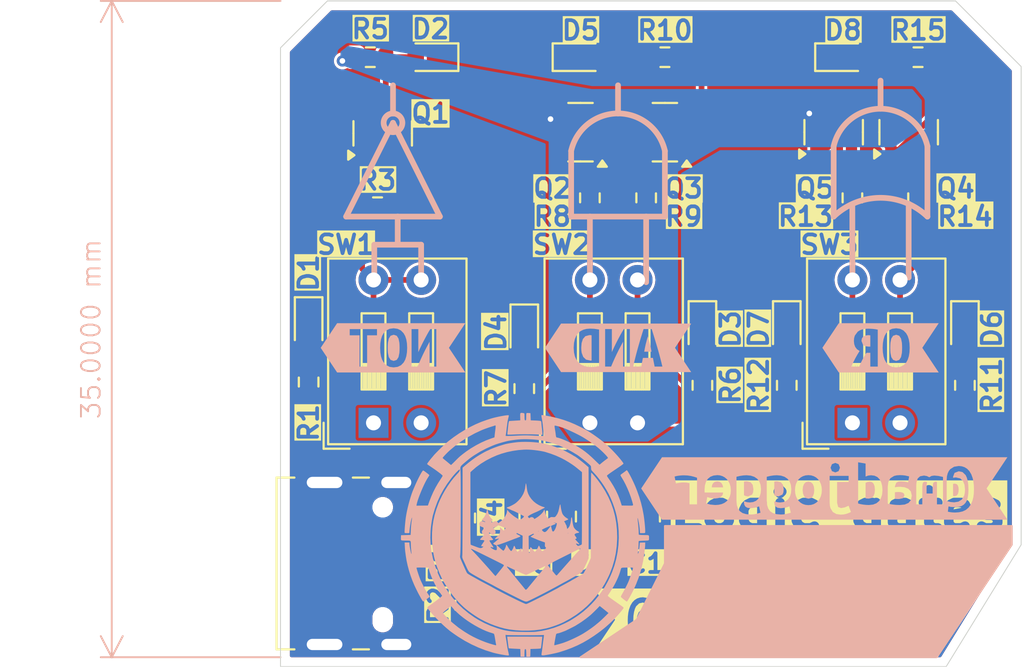
<source format=kicad_pcb>
(kicad_pcb (version 20240108) (generator "pcbnew") (generator_version "8.0")
  (layers (0 "F.Cu" signal) (31 "B.Cu" signal) (34 "B.Paste" user) (35 "F.Paste" user) (36 "B.SilkS" user "B.Silkscreen") (37 "F.SilkS" user "F.Silkscreen") (38 "B.Mask" user) (39 "F.Mask" user) (44 "Edge.Cuts" user))
  (net 0 "")
  (net 1 "GND")
  (net 2 "+5V")
  (net 3 "Net-(D1-A)")
  (net 4 "Net-(D2-A)")
  (net 5 "Net-(D3-A)")
  (net 6 "Net-(D4-A)")
  (net 7 "Net-(D5-A)")
  (net 8 "Net-(D6-A)")
  (net 9 "Net-(D7-A)")
  (net 10 "Net-(P1-VCONN)")
  (net 12 "Net-(P1-CC)")
  (net 14 "Net-(Q1-B)")
  (net 15 "Net-(Q2-B)")
  (net 16 "Net-(Q3-B)")
  (net 17 "Net-(Q3-E)")
  (net 18 "Net-(Q4-B)")
  (net 19 "Net-(Q5-B)")
  (net 20 "Net-(R6-Pad2)")
  (net 21 "Net-(R7-Pad2)")
  (net 22 "Net-(R11-Pad2)")
  (net 23 "Net-(D8-A)")
  (net 24 "Net-(Q2-E)")
  (net 25 "Net-(Q4-E)")
  (net 26 "Net-(R1-Pad2)")
  (net 27 "Net-(R12-Pad2)")
  (footprint "Resistor_SMD:R_0603_1608Metric" (layer "F.Cu") (at 85.5 42 90)
    (property "Reference" "R13" (at -1 -2.5 180) (layer "F.SilkS" knockout) (effects (font (thickness 0.2) (bold yes))))
    (property "Value" "1k")
    (pad "1" smd roundrect (at -0.825 0 90) (size 0.8 0.95) (layers "F.Cu" "F.Paste" "F.Mask") (net 27 "Net-(R12-Pad2)"))
    (pad "2" smd roundrect (at 0.825 0 90) (size 0.8 0.95) (layers "F.Cu" "F.Paste" "F.Mask") (net 19 "Net-(Q5-B)"))
  )
  (footprint "Package_TO_SOT_SMD:SOT-23" (layer "F.Cu") (at 60.45 38.5625 90)
    (property "Reference" "Q1" (at 1.0625 2.55 180) (layer "F.SilkS" knockout) (effects (font (thickness 0.2) (bold yes))))
    (property "Value" "S8050")
    (pad "1" smd roundrect (at -0.9375 -0.95 90) (size 1.475 0.6) (layers "F.Cu" "F.Paste" "F.Mask") (net 1 "GND"))
    (pad "2" smd roundrect (at -0.9375 0.95 90) (size 1.475 0.6) (layers "F.Cu" "F.Paste" "F.Mask") (net 14 "Net-(Q1-B)"))
    (pad "3" smd roundrect (at 0.9375 0 90) (size 1.475 0.6) (layers "F.Cu" "F.Paste" "F.Mask") (net 4 "Net-(D2-A)"))
  )
  (footprint "Package_TO_SOT_SMD:SOT-23" (layer "F.Cu") (at 75.5 38.5 180)
    (property "Reference" "Q3" (at -1 -3 360) (layer "F.SilkS" knockout) (effects (font (thickness 0.2) (bold yes))))
    (property "Value" "S8050")
    (pad "1" smd roundrect (at -0.9375 -0.95 180) (size 1.475 0.6) (layers "F.Cu" "F.Paste" "F.Mask") (net 17 "Net-(Q3-E)"))
    (pad "2" smd roundrect (at -0.9375 0.95 180) (size 1.475 0.6) (layers "F.Cu" "F.Paste" "F.Mask") (net 16 "Net-(Q3-B)"))
    (pad "3" smd roundrect (at 0.9375 0 180) (size 1.475 0.6) (layers "F.Cu" "F.Paste" "F.Mask") (net 24 "Net-(Q2-E)"))
  )
  (footprint "Resistor_SMD:R_0603_1608Metric" (layer "F.Cu") (at 89 42 90)
    (property "Reference" "R14" (at -1 2.5 0) (layer "F.SilkS" knockout) (effects (font (thickness 0.2) (bold yes))))
    (property "Value" "1k")
    (pad "1" smd roundrect (at -0.825 0 90) (size 0.8 0.95) (layers "F.Cu" "F.Paste" "F.Mask") (net 22 "Net-(R11-Pad2)"))
    (pad "2" smd roundrect (at 0.825 0 90) (size 0.8 0.95) (layers "F.Cu" "F.Paste" "F.Mask") (net 18 "Net-(Q4-B)"))
  )
  (footprint "Button_Switch_THT:SW_DIP_SPSTx02_Slide_9.78x7.26mm_W7.62mm_P2.54mm" (layer "F.Cu") (at 71.5 54 90)
    (property "Reference" "SW2" (at 9.5 -1.5 0) (layer "F.SilkS" knockout) (effects (font (thickness 0.2) (bold yes))))
    (property "Value" "SW_DIP_x02")
    (pad "1" thru_hole rect (at 0 0 90) (size 1.6 1.6) (drill 0.8) (layers "*.Cu" "*.Mask") (net 2 "+5V"))
    (pad "2" thru_hole oval (at 0 2.54 90) (size 1.6 1.6) (drill 0.8) (layers "*.Cu" "*.Mask") (net 2 "+5V"))
    (pad "3" thru_hole oval (at 7.62 2.54 90) (size 1.6 1.6) (drill 0.8) (layers "*.Cu" "*.Mask") (net 20 "Net-(R6-Pad2)"))
    (pad "4" thru_hole oval (at 7.62 0 90) (size 1.6 1.6) (drill 0.8) (layers "*.Cu" "*.Mask") (net 21 "Net-(R7-Pad2)"))
  )
  (footprint "LED_SMD:LED_0603_1608Metric" (layer "F.Cu") (at 68 49.175 -90)
    (property "Reference" "D4" (at 0 1.5 90) (layer "F.SilkS" knockout) (effects (font (thickness 0.2) (bold yes))))
    (property "Value" "LED")
    (pad "1" smd roundrect (at -0.7875 0 270) (size 0.875 0.95) (layers "F.Cu" "F.Paste" "F.Mask") (net 1 "GND"))
    (pad "2" smd roundrect (at 0.7875 0 270) (size 0.875 0.95) (layers "F.Cu" "F.Paste" "F.Mask") (net 6 "Net-(D4-A)"))
  )
  (footprint "Resistor_SMD:R_0603_1608Metric" (layer "F.Cu") (at 68 52.175 -90)
    (property "Reference" "R7" (at 0 1.5 90) (layer "F.SilkS" knockout) (effects (font (thickness 0.2) (bold yes))))
    (property "Value" "1k")
    (pad "1" smd roundrect (at -0.825 0 270) (size 0.8 0.95) (layers "F.Cu" "F.Paste" "F.Mask") (net 6 "Net-(D4-A)"))
    (pad "2" smd roundrect (at 0.825 0 270) (size 0.8 0.95) (layers "F.Cu" "F.Paste" "F.Mask") (net 21 "Net-(R7-Pad2)"))
  )
  (footprint "Capacitor_SMD:C_0805_2012Metric" (layer "F.Cu") (at 74.5 59 -90)
    (property "Reference" "C1" (at 2.5 0 180) (layer "F.SilkS" knockout) (effects (font (thickness 0.2) (bold yes))))
    (property "Value" "10uF")
    (pad "1" smd roundrect (at -0.95 0 270) (size 1 1.45) (layers "F.Cu" "F.Paste" "F.Mask") (net 2 "+5V"))
    (pad "2" smd roundrect (at 0.95 0 270) (size 1 1.45) (layers "F.Cu" "F.Paste" "F.Mask") (net 1 "GND"))
  )
  (footprint "LED_SMD:LED_0603_1608Metric" (layer "F.Cu") (at 82 49 -90)
    (property "Reference" "D7" (at 0 1.5 90) (layer "F.SilkS" knockout) (effects (font (thickness 0.2) (bold yes))))
    (property "Value" "LED")
    (pad "1" smd roundrect (at -0.7875 0 270) (size 0.875 0.95) (layers "F.Cu" "F.Paste" "F.Mask") (net 1 "GND"))
    (pad "2" smd roundrect (at 0.7875 0 270) (size 0.875 0.95) (layers "F.Cu" "F.Paste" "F.Mask") (net 9 "Net-(D7-A)"))
  )
  (footprint "Resistor_SMD:R_0603_1608Metric" (layer "F.Cu") (at 75.5 34.5)
    (property "Reference" "R10" (at 0 -1.43 0) (layer "F.SilkS" knockout) (effects (font (thickness 0.2) (bold yes))))
    (property "Value" "1k")
    (pad "1" smd roundrect (at -0.825 0) (size 0.8 0.95) (layers "F.Cu" "F.Paste" "F.Mask") (net 7 "Net-(D5-A)"))
    (pad "2" smd roundrect (at 0.825 0) (size 0.8 0.95) (layers "F.Cu" "F.Paste" "F.Mask") (net 17 "Net-(Q3-E)"))
  )
  (footprint "Package_TO_SOT_SMD:SOT-23" (layer "F.Cu") (at 84.5 38.5 90)
    (property "Reference" "Q5" (at -3 -1 180) (layer "F.SilkS" knockout) (effects (font (thickness 0.2) (bold yes))))
    (property "Value" "S8050")
    (pad "1" smd roundrect (at -0.9375 -0.95 90) (size 1.475 0.6) (layers "F.Cu" "F.Paste" "F.Mask") (net 25 "Net-(Q4-E)"))
    (pad "2" smd roundrect (at -0.9375 0.95 90) (size 1.475 0.6) (layers "F.Cu" "F.Paste" "F.Mask") (net 19 "Net-(Q5-B)"))
    (pad "3" smd roundrect (at 0.9375 0 90) (size 1.475 0.6) (layers "F.Cu" "F.Paste" "F.Mask") (net 2 "+5V"))
  )
  (footprint "kibuzzard-678D0313" (layer "F.Cu") (at 81.5 64.5)
    (property "Reference" "kibuzzard-678D0313" (hide yes))
    (property "Value" "G***" (hide yes))
  )
  (footprint "Package_TO_SOT_SMD:SOT-23" (layer "F.Cu") (at 71 38.5 180)
    (property "Reference" "Q2" (at 1.5 -3 360) (layer "F.SilkS" knockout) (effects (font (thickness 0.2) (bold yes))))
    (property "Value" "S8050")
    (pad "1" smd roundrect (at -0.9375 -0.95 180) (size 1.475 0.6) (layers "F.Cu" "F.Paste" "F.Mask") (net 24 "Net-(Q2-E)"))
    (pad "2" smd roundrect (at -0.9375 0.95 180) (size 1.475 0.6) (layers "F.Cu" "F.Paste" "F.Mask") (net 15 "Net-(Q2-B)"))
    (pad "3" smd roundrect (at 0.9375 0 180) (size 1.475 0.6) (layers "F.Cu" "F.Paste" "F.Mask") (net 2 "+5V"))
  )
  (footprint "LED_SMD:LED_0603_1608Metric" (layer "F.Cu") (at 85 34.5)
    (property "Reference" "D8" (at 0 -1.43 0) (layer "F.SilkS" knockout) (effects (font (thickness 0.2) (bold yes))))
    (property "Value" "LED")
    (pad "1" smd roundrect (at -0.7875 0) (size 0.875 0.95) (layers "F.Cu" "F.Paste" "F.Mask") (net 1 "GND"))
    (pad "2" smd roundrect (at 0.7875 0) (size 0.875 0.95) (layers "F.Cu" "F.Paste" "F.Mask") (net 23 "Net-(D8-A)"))
  )
  (footprint "Package_TO_SOT_SMD:SOT-23" (layer "F.Cu") (at 88.5 38.5 90)
    (property "Reference" "Q4" (at -3 2.5 180) (layer "F.SilkS" knockout) (effects (font (thickness 0.2) (bold yes))))
    (property "Value" "S8050")
    (pad "1" smd roundrect (at -0.9375 -0.95 90) (size 1.475 0.6) (layers "F.Cu" "F.Paste" "F.Mask") (net 25 "Net-(Q4-E)"))
    (pad "2" smd roundrect (at -0.9375 0.95 90) (size 1.475 0.6) (layers "F.Cu" "F.Paste" "F.Mask") (net 18 "Net-(Q4-B)"))
    (pad "3" smd roundrect (at 0.9375 0 90) (size 1.475 0.6) (layers "F.Cu" "F.Paste" "F.Mask") (net 2 "+5V"))
  )
  (footprint "LED_SMD:LED_0603_1608Metric" (layer "F.Cu") (at 56.5 48.7875 -90)
    (property "Reference" "D1" (at -2.7875 0 90) (layer "F.SilkS" knockout) (effects (font (thickness 0.2) (bold yes))))
    (property "Value" "LED" (hide yes))
    (pad "1" smd roundrect (at -0.7875 0 270) (size 0.875 0.95) (layers "F.Cu" "F.Paste" "F.Mask") (net 1 "GND"))
    (pad "2" smd roundrect (at 0.7875 0 270) (size 0.875 0.95) (layers "F.Cu" "F.Paste" "F.Mask") (net 3 "Net-(D1-A)"))
  )
  (footprint "Resistor_SMD:R_0603_1608Metric" (layer "F.Cu") (at 64.85 59.075 -90)
    (property "Reference" "R4" (at 0 -1.43 90) (layer "F.SilkS" knockout) (effects (font (thickness 0.2) (bold yes))))
    (property "Value" "5.1k")
    (pad "1" smd roundrect (at -0.825 0 270) (size 0.8 0.95) (layers "F.Cu" "F.Paste" "F.Mask") (net 1 "GND"))
    (pad "2" smd roundrect (at 0.825 0 270) (size 0.8 0.95) (layers "F.Cu" "F.Paste" "F.Mask") (net 12 "Net-(P1-CC)"))
  )
  (footprint "Connector_USB:USB_C_Receptacle_JAE_DX07S016JA1R1500" (layer "F.Cu") (at 58.5 61.5 -90)
    (property "Reference" "P1" (at 0 -5 90) (layer "F.SilkS" knockout) (effects (font (thickness 0.2) (bold yes))))
    (property "Value" "USB_C_Plug_USB2.0" (hide yes))
    (pad "" np_thru_hole circle (at -3 -1.95 270) (size 0.6 0.6) (drill 0.6) (layers "F&B.Cu" "*.Mask"))
    (pad "" smd rect (at -1.4 1.15 270) (size 1 2) (layers "F.Cu" "F.Paste" "F.Mask"))
    (pad "" smd rect (at 1.4 1.15 270) (size 1 2) (layers "F.Cu" "F.Paste" "F.Mask"))
    (pad "" np_thru_hole oval (at 3 -1.95 270) (size 0.85 0.6) (drill oval 0.85 0.6) (layers "F&B.Cu" "*.Mask"))
    (pad "A1" smd rect (at -3.1 -3.05 270) (size 0.52 1) (layers "F.Cu" "F.Paste" "F.Mask") (net 1 "GND"))
    (pad "A4" smd rect (at -2.35 -3.05 270) (size 0.52 1) (layers "F.Cu" "F.Paste" "F.Mask") (net 2 "+5V"))
    (pad "A5" smd rect (at -1.75 -3.05 270) (size 0.27 1) (layers "F.Cu" "F.Paste" "F.Mask") (net 12 "Net-(P1-CC)"))
    (pad "A6" smd rect (at -0.25 -3.05 270) (size 0.27 1) (layers "F.Cu" "F.Paste" "F.Mask"))
    (pad "A7" smd rect (at 0.75 -3.05 270) (size 0.27 1) (layers "F.Cu" "F.Paste" "F.Mask"))
    (pad "A8" smd rect (at 1.75 -3.05 270) (size 0.27 1) (layers "F.Cu" "F.Paste" "F.Mask"))
    (pad "A9" smd rect (at 2.35 -3.05 270) (size 0.52 1) (layers "F.Cu" "F.Paste" "F.Mask") (net 2 "+5V"))
    (pad "A12" smd rect (at 3.1 -3.05 270) (size 0.52 1) (layers "F.Cu" "F.Paste" "F.Mask") (net 1 "GND"))
    (pad "B1" smd rect (at 3.1 -3.05 270) (size 0.52 1) (layers "F.Cu" "F.Paste" "F.Mask") (net 1 "GND"))
    (pad "B4" smd rect (at 2.35 -3.05 270) (size 0.52 1) (layers "F.Cu" "F.Paste" "F.Mask") (net 2 "+5V"))
    (pad "B5" smd rect (at 1.25 -3.05 270) (size 0.27 1) (layers "F.Cu" "F.Paste" "F.Mask") (net 10 "Net-(P1-VCONN)"))
    (pad "B6" smd rect (at 0.25 -3.05 270) (size 0.27 1) (layers "F.Cu" "F.Paste" "F.Mask"))
    (pad "B7" smd rect (at -0.75 -3.05 270) (size 0.27 1) (layers "F.Cu" "F.Paste" "F.Mask"))
    (pad "B8" smd rect (at -1.25 -3.05 270) (size 0.27 1) (layers "F.Cu" "F.Paste" "F.Mask"))
    (pad "B9" smd rect (at -2.35 -3.05 270) (size 0.52 1) (layers "F.Cu" "F.Paste" "F.Mask") (net 2 "+5V"))
    (pad "B12" smd rect (at -3.1 -3.05 270) (size 0.52 1) (layers "F.Cu" "F.Paste" "F.Mask") (net 1 "GND"))
    (pad "S1" thru_hole oval (at -4.32 -2.675 270) (size 1.3 2.3) (drill oval 0.6 1.6) (layers "*.Cu" "*.Mask") (net 1 "GND"))
    (pad "S1" thru_hole oval (at -4.32 1.15 270) (size 1.3 2.6) (drill oval 0.6 1.9) (layers "*.Cu" "*.Mask") (net 1 "GND"))
    (pad "S1" thru_hole oval (at 4.32 -2.675 270) (size 1.3 2.3) (drill oval 0.6 1.6) (layers "*.Cu" "*.Mask") (net 1 "GND"))
    (pad "S1" thru_hole oval (at 4.32 1.15 270) (size 1.3 2.6) (drill oval 0.6 1.9) (layers "*.Cu" "*.Mask") (net 1 "GND"))
  )
  (footprint "Resistor_SMD:R_0603_1608Metric" (layer "F.Cu") (at 59.7875 34.5 180)
    (property "Reference" "R5" (at 0 1.5 360) (layer "F.SilkS" knockout) (effects (font (thickness 0.2) (bold yes))))
    (property "Value" "1k")
    (pad "1" smd roundrect (at -0.825 0 180) (size 0.8 0.95) (layers "F.Cu" "F.Paste" "F.Mask") (net 4 "Net-(D2-A)"))
    (pad "2" smd roundrect (at 0.825 0 180) (size 0.8 0.95) (layers "F.Cu" "F.Paste" "F.Mask") (net 2 "+5V"))
  )
  (footprint "Capacitor_SMD:C_0805_2012Metric" (layer "F.Cu") (at 68.48 59 -90)
    (property "Reference" "C3" (at 2.5 -0.02 0) (layer "F.SilkS" knockout) (effects (font (thickness 0.2) (bold yes))))
    (property "Value" "100nF")
    (pad "1" smd roundrect (at -0.95 0 270) (size 1 1.45) (layers "F.Cu" "F.Paste" "F.Mask") (net 2 "+5V"))
    (pad "2" smd roundrect (at 0.95 0 270) (size 1 1.45) (layers "F.Cu" "F.Paste" "F.Mask") (net 1 "GND"))
  )
  (footprint "Resistor_SMD:R_0603_1608Metric" (layer "F.Cu") (at 71.5 42 90)
    (property "Reference" "R8" (at -1 -2 180) (layer "F.SilkS" knockout) (effects (font (thickness 0.2) (bold yes))))
    (property "Value" "1k")
    (pad "1" smd roundrect (at -0.825 0 90) (size 0.8 0.95) (layers "F.Cu" "F.Paste" "F.Mask") (net 21 "Net-(R7-Pad2)"))
    (pad "2" smd roundrect (at 0.825 0 90) (size 0.8 0.95) (layers "F.Cu" "F.Paste" "F.Mask") (net 15 "Net-(Q2-B)"))
  )
  (footprint "LED_SMD:LED_0603_1608Metric" (layer "F.Cu") (at 63 34.5 180)
    (property "Reference" "D2" (at 0 1.5 360) (layer "F.SilkS" knockout) (effects (font (thickness 0.2) (bold yes))))
    (property "Value" "LED")
    (pad "1" smd roundrect (at -0.7875 0 180) (size 0.875 0.95) (layers "F.Cu" "F.Paste" "F.Mask") (net 1 "GND"))
    (pad "2" smd roundrect (at 0.7875 0 180) (size 0.875 0.95) (layers "F.Cu" "F.Paste" "F.Mask") (net 4 "Net-(D2-A)"))
  )
  (footprint "LED_SMD:LED_0603_1608Metric" (layer "F.Cu") (at 91.5 49 -90)
    (property "Reference" "D6" (at 0 -1.43 90) (layer "F.SilkS" knockout) (effects (font (thickness 0.2) (bold yes))))
    (property "Value" "LED")
    (pad "1" smd roundrect (at -0.7875 0 270) (size 0.875 0.95) (layers "F.Cu" "F.Paste" "F.Mask") (net 1 "GND"))
    (pad "2" smd roundrect (at 0.7875 0 270) (size 0.875 0.95) (layers "F.Cu" "F.Paste" "F.Mask") (net 8 "Net-(D6-A)"))
  )
  (footprint "Resistor_SMD:R_0603_1608Metric" (layer "F.Cu") (at 64.85 63.725 90)
    (property "Reference" "R2" (at 0 -1.43 90) (layer "F.SilkS" knockout) (effects (font (thickness 0.2) (bold yes))))
    (property "Value" "5.1k")
    (pad "1" smd roundrect (at -0.825 0 90) (size 0.8 0.95) (layers "F.Cu" "F.Paste" "F.Mask") (net 1 "GND"))
    (pad "2" smd roundrect (at 0.825 0 90) (size 0.8 0.95) (layers "F.Cu" "F.Paste" "F.Mask") (net 10 "Net-(P1-VCONN)"))
  )
  (footprint "Button_Switch_THT:SW_DIP_SPSTx02_Slide_9.78x7.26mm_W7.62mm_P2.54mm" (layer "F.Cu") (at 85.5 54 90)
    (property "Reference" "SW3" (at 9.5 -1.225 180) (layer "F.SilkS" knockout) (effects (font (thickness 0.2) (bold yes))))
    (property "Value" "SW_DIP_x02")
    (pad "1" thru_hole rect (at 0 0 90) (size 1.6 1.6) (drill 0.8) (layers "*.Cu" "*.Mask") (net 2 "+5V"))
    (pad "2" thru_hole oval (at 0 2.54 90) (size 1.6 1.6) (drill 0.8) (layers "*.Cu" "*.Mask") (net 2 "+5V"))
    (pad "3" thru_hole oval (at 7.62 2.54 90) (size 1.6 1.6) (drill 0.8) (layers "*.Cu" "*.Mask") (net 22 "Net-(R11-Pad2)"))
    (pad "4" thru_hole oval (at 7.62 0 90) (size 1.6 1.6) (drill 0.8) (layers "*.Cu" "*.Mask") (net 27 "Net-(R12-Pad2)"))
  )
  (footprint "LED_SMD:LED_0603_1608Metric" (layer "F.Cu") (at 71 34.5)
    (property "Reference" "D5" (at 0 -1.43 0) (layer "F.SilkS" knockout) (effects (font (thickness 0.2) (bold yes))))
    (property "Value" "LED")
    (pad "1" smd roundrect (at -0.7875 0) (size 0.875 0.95) (layers "F.Cu" "F.Paste" "F.Mask") (net 1 "GND"))
    (pad "2" smd roundrect (at 0.7875 0) (size 0.875 0.95) (layers "F.Cu" "F.Paste" "F.Mask") (net 7 "Net-(D5-A)"))
  )
  (footprint "Resistor_SMD:R_0603_1608Metric" (layer "F.Cu") (at 77.5 52 -90)
    (property "Reference" "R6" (at 0 -1.5 90) (layer "F.SilkS" knockout) (effects (font (thickness 0.2) (bold yes))))
    (property "Value" "1k")
    (pad "1" smd roundrect (at -0.825 0 270) (size 0.8 0.95) (layers "F.Cu" "F.Paste" "F.Mask") (net 5 "Net-(D3-A)"))
    (pad "2" smd roundrect (at 0.825 0 270) (size 0.8 0.95) (layers "F.Cu" "F.Paste" "F.Mask") (net 20 "Net-(R6-Pad2)"))
  )
  (footprint "Resistor_SMD:R_0603_1608Metric" (layer "F.Cu") (at 74.5 42 90)
    (property "Reference" "R9" (at -1 2 180) (layer "F.SilkS" knockout) (effects (font (thickness 0.2) (bold yes))))
    (property "Value" "1k")
    (pad "1" smd roundrect (at -0.825 0 90) (size 0.8 0.95) (layers "F.Cu" "F.Paste" "F.Mask") (net 20 "Net-(R6-Pad2)"))
    (pad "2" smd roundrect (at 0.825 0 90) (size 0.8 0.95) (layers "F.Cu" "F.Paste" "F.Mask") (net 16 "Net-(Q3-B)"))
  )
  (footprint "Resistor_SMD:R_0603_1608Metric" (layer "F.Cu") (at 91.5 52 -90)
    (property "Reference" "R11" (at 0 -1.43 90) (layer "F.SilkS" knockout) (effects (font (thickness 0.2) (bold yes))))
    (property "Value" "1k")
    (pad "1" smd roundrect (at -0.825 0 270) (size 0.8 0.95) (layers "F.Cu" "F.Paste" "F.Mask") (net 8 "Net-(D6-A)"))
    (pad "2" smd roundrect (at 0.825 0 270) (size 0.8 0.95) (layers "F.Cu" "F.Paste" "F.Mask") (net 22 "Net-(R11-Pad2)"))
  )
  (footprint "Capacitor_SMD:C_0805_2012Metric" (layer "F.Cu") (at 71.49 59 -90)
    (property "Reference" "C2" (at 2.5 -0.01 180) (layer "F.SilkS" knockout) (effects (font (thickness 0.2) (bold yes))))
    (property "Value" "10uF")
    (pad "1" smd roundrect (at -0.95 0 270) (size 1 1.45) (layers "F.Cu" "F.Paste" "F.Mask") (net 2 "+5V"))
    (pad "2" smd roundrect (at 0.95 0 270) (size 1 1.45) (layers "F.Cu" "F.Paste" "F.Mask") (net 1 "GND"))
  )
  (footprint "LED_SMD:LED_0603_1608Metric" (layer "F.Cu") (at 77.5 49 -90)
    (property "Reference" "D3" (at 0 -1.5 90) (layer "F.SilkS" knockout) (effects (font (thickness 0.2) (bold yes))))
    (property "Value" "LED")
    (pad "1" smd roundrect (at -0.7875 0 270) (size 0.875 0.95) (layers "F.Cu" "F.Paste" "F.Mask") (net 1 "GND"))
    (pad "2" smd roundrect (at 0.7875 0 270) (size 0.875 0.95) (layers "F.Cu" "F.Paste" "F.Mask") (net 5 "Net-(D3-A)"))
  )
  (footprint "Resistor_SMD:R_0603_1608Metric" (layer "F.Cu") (at 56.5 51.825 -90)
    (property "Reference" "R1" (at 2.175 0 90) (layer "F.SilkS" knockout) (effects (font (thickness 0.2) (bold yes))))
    (property "Value" "1k" (hide yes))
    (pad "1" smd roundrect (at -0.825 0 270) (size 0.8 0.95) (layers "F.Cu" "F.Paste" "F.Mask") (net 3 "Net-(D1-A)"))
    (pad "2" smd roundrect (at 0.825 0 270) (size 0.8 0.95) (layers "F.Cu" "F.Paste" "F.Mask") (net 26 "Net-(R1-Pad2)"))
  )
  (footprint "Resistor_SMD:R_0603_1608Metric" (layer "F.Cu") (at 82 52 -90)
    (property "Reference" "R12" (at 0 1.5 90) (layer "F.SilkS" knockout) (effects (font (thickness 0.2) (bold yes))))
    (property "Value" "1k")
    (pad "1" smd roundrect (at -0.825 0 270) (size 0.8 0.95) (layers "F.Cu" "F.Paste" "F.Mask") (net 9 "Net-(D7-A)"))
    (pad "2" smd roundrect (at 0.825 0 270) (size 0.8 0.95) (layers "F.Cu" "F.Paste" "F.Mask") (net 27 "Net-(R12-Pad2)"))
  )
  (footprint "Resistor_SMD:R_0603_1608Metric" (layer "F.Cu") (at 89 34.5)
    (property "Reference" "R15" (at 0 -1.43 360) (layer "F.SilkS" knockout) (effects (font (thickness 0.2) (bold yes))))
    (property "Value" "1k")
    (pad "1" smd roundrect (at -0.825 0) (size 0.8 0.95) (layers "F.Cu" "F.Paste" "F.Mask") (net 23 "Net-(D8-A)"))
    (pad "2" smd roundrect (at 0.825 0) (size 0.8 0.95) (layers "F.Cu" "F.Paste" "F.Mask") (net 25 "Net-(Q4-E)"))
  )
  (footprint "Button_Switch_THT:SW_DIP_SPSTx02_Slide_9.78x7.26mm_W7.62mm_P2.54mm" (layer "F.Cu") (at 59.96 54 90)
    (property "Reference" "SW1" (at 9.5 -1.46 180) (layer "F.SilkS" knockout) (effects (font (thickness 0.2) (bold yes))))
    (property "Value" "SW_DIP_x02")
    (pad "1" thru_hole rect (at 0 0 90) (size 1.6 1.6) (drill 0.8) (layers "*.Cu" "*.Mask") (net 2 "+5V"))
    (pad "2" thru_hole oval (at 0 2.54 90) (size 1.6 1.6) (drill 0.8) (layers "*.Cu" "*.Mask") (net 2 "+5V"))
    (pad "3" thru_hole oval (at 7.62 2.54 90) (size 1.6 1.6) (drill 0.8) (layers "*.Cu" "*.Mask") (net 26 "Net-(R1-Pad2)"))
    (pad "4" thru_hole oval (at 7.62 0 90) (size 1.6 1.6) (drill 0.8) (layers "*.Cu" "*.Mask") (net 26 "Net-(R1-Pad2)"))
  )
  (footprint "Resistor_SMD:R_0603_1608Metric" (layer "F.Cu") (at 60.175 42.5)
    (property "Reference" "R3" (at 0 -1.43 0) (layer "F.SilkS" knockout) (effects (font (thickness 0.2) (bold yes))))
    (property "Value" "1k")
    (pad "1" smd roundrect (at -0.825 0) (size 0.8 0.95) (layers "F.Cu" "F.Paste" "F.Mask") (net 26 "Net-(R1-Pad2)"))
    (pad "2" smd roundrect (at 0.825 0) (size 0.8 0.95) (layers "F.Cu" "F.Paste" "F.Mask") (net 14 "Net-(Q1-B)"))
  )
  (footprint "kibuzzard-678D163D" (layer "B.Cu") (at 61 50 180)
    (property "Reference" "kibuzzard-678D163D" (hide yes))
    (property "Value" "G***" (hide yes))
  )
  (footprint "LOGO" (layer "B.Cu") (at 68 60 180)
    (property "Reference" "G***" (at 0 0 0) (layer "B.SilkS") (effects (font (size 1.5 1.5) (thickness 0.3)) (justify mirror)))
    (property "Value" "LOGO" (hide yes))
  )
  (footprint "kibuzzard-678D0313" (layer "B.Cu") (at 84 57.5 180)
    (property "Reference" "kibuzzard-678D0313" (hide yes))
    (property "Value" "G***" (hide yes))
  )
  (footprint "kibuzzard-678D167B" (layer "B.Cu") (at 73 50 180)
    (property "Reference" "kibuzzard-678D167B" (hide yes))
    (property "Value" "G***" (hide yes))
  )
  (footprint "kibuzzard-678D16F5" (layer "B.Cu") (at 87 50 180)
    (property "Reference" "kibuzzard-678D16F5" (hide yes))
    (property "Value" "G***" (hide yes))
  )
  (gr_line (start 61 37.5) (end 61 36) (stroke (width 0.3048)) (layer "B.SilkS"))
  (gr_line (start 89.5 43) (end 89.5 39.25) (stroke (width 0.3048)) (layer "B.SilkS"))
  (gr_line (start 71.5 46.5) (end 71.5 43) (stroke (width 0.3048)) (layer "B.SilkS"))
  (gr_line (start 73 37.5) (end 73 36) (stroke (width 0.3048)) (layer "B.SilkS"))
  (gr_line (start 60 44.5) (end 62.5 44.5) (stroke (width 0.3048)) (layer "B.SilkS"))
  (gr_line (start 62.5 44.5) (end 62.5 46.5) (stroke (width 0.3048)) (layer "B.SilkS"))
  (gr_line (start 70.5 43) (end 70.5 39.5) (stroke (width 0.3048)) (layer "B.SilkS"))
  (gr_line (start 60 46.5) (end 60 44.5) (stroke (width 0.3048)) (layer "B.SilkS"))
  (gr_line (start 74.5 43) (end 74.5 46.5) (stroke (width 0.3048)) (layer "B.SilkS"))
  (gr_arc (start 84.5 43) (mid 87 42) (end 89.5 43) (stroke (width 0.3048)) (layer "B.SilkS"))
  (gr_line (start 63.5 43) (end 58.5 43) (stroke (width 0.3048)) (layer "B.SilkS"))
  (gr_line (start 75.5 43) (end 70.5 43) (stroke (width 0.3048)) (layer "B.SilkS"))
  (gr_line (start 75.5 43) (end 75.5 39.5) (stroke (width 0.3048)) (layer "B.SilkS"))
  (gr_line (start 88.5 42.316477) (end 88.5 46.25) (stroke (width 0.3048)) (layer "B.SilkS"))
  (gr_poly (pts (xy 71 66.5) (xy 90 66.5) (xy 94 60.5) (xy 94 59.5) (xy 75.5 59.5) (xy 75.5 61.5) (xy 74 64.5)) (stroke (width 0.1)) (fill solid) (layer "B.SilkS"))
  (gr_line (start 58.5 43) (end 61 38) (stroke (width 0.3048)) (layer "B.SilkS"))
  (gr_circle (center 61 38) (end 61 37.5) (stroke (width 0.3048)) (fill none) (layer "B.SilkS"))
  (gr_line (start 87 37.25) (end 87 35.75) (stroke (width 0.3048)) (layer "B.SilkS"))
  (gr_arc (start 84.5 39.25) (mid 87 37.25) (end 89.5 39.25) (stroke (width 0.3048)) (layer "B.SilkS"))
  (gr_line (start 84.5 43) (end 84.5 39.25) (stroke (width 0.3048)) (layer "B.SilkS"))
  (gr_arc (start 70.5 39.5) (mid 73 37.5) (end 75.5 39.5) (stroke (width 0.3048)) (layer "B.SilkS"))
  (gr_line (start 61.25 44.5) (end 61.25 43) (stroke (width 0.3048)) (layer "B.SilkS"))
  (gr_line (start 61 38) (end 63.5 43) (stroke (width 0.3048)) (layer "B.SilkS"))
  (gr_line (start 85.5 46.25) (end 85.494805 42.339417) (stroke (width 0.3048)) (layer "B.SilkS"))
  (gr_poly (pts (xy 55 67) (xy 55 34) (xy 57.5 31.5) (xy 91 31.5) (xy 94.5 35) (xy 94.5 60.5) (xy 90.5 67)) (stroke (width 0.05)) (fill none) (layer "Edge.Cuts"))
  (gr_text "Logic gates" (at 75.5 57.5 0) (layer "F.SilkS" knockout) (effects (font (size 2.032 2.032) (thickness 0.508) (bold yes)) (justify left top)))
  (dimension (type aligned) (layer "B.SilkS") (pts (xy 55.5 31.5) (xy 55.5 66.5)) (height 9.499999) (gr_text "35,0000 mm" (at 44.900001 49 90) (layer "B.SilkS") (effects (font (size 1 1) (thickness 0.1)))) (format (prefix "") (suffix "") (units 2) (units_format 1) (precision 4)) (style (thickness 0.1) (arrow_length 1.27) (text_position_mode 0) (extension_height 0.58642) (extension_offset 0.5) keep_text_aligned))
  (segment (start 58.5 34.5) (end 58.3 34.7) (width 0.3048) (layer "F.Cu") (net 2))
  (segment (start 84.5 37.5625) (end 83.2625 37.5625) (width 0.3048) (layer "F.Cu") (net 2))
  (segment (start 88.5 37.5625) (end 84.5 37.5625) (width 0.3048) (layer "F.Cu") (net 2))
  (segment (start 70.0625 38.5) (end 70.0625 38.4625) (width 0.3048) (layer "F.Cu") (net 2))
  (segment (start 70.0625 38.4625) (end 69.4 37.8) (width 0.3048) (layer "F.Cu") (net 2))
  (segment (start 58.9625 34.5) (end 58.5 34.5) (width 0.3048) (layer "F.Cu") (net 2))
  (segment (start 83.2625 37.5625) (end 83.2 37.5) (width 0.3048) (layer "F.Cu") (net 2))
  (via (at 58.3 34.7) (size 0.6) (drill 0.3) (layers "F.Cu" "B.Cu") (net 2))
  (via (at 69.4 37.8) (size 0.6) (drill 0.3) (layers "F.Cu" "B.Cu") (net 2))
  (via (at 83.2 37.5) (size 0.6) (drill 0.3) (layers "F.Cu" "B.Cu") (net 2))
  (segment (start 58.3 34.7) (end 58.5 34.5) (width 0.3048) (layer "B.Cu") (net 2))
  (segment (start 69.1 37.8) (end 69 37.9) (width 0.3048) (layer "B.Cu") (net 2))
  (segment (start 69.4 37.8) (end 69.1 37.8) (width 0.3048) (layer "B.Cu") (net 2))
  (segment (start 59.3 34.5) (end 60 35.2) (width 0.3048) (layer "B.Cu") (net 2))
  (segment (start 58.5 34.5) (end 59.3 34.5) (width 0.3048) (layer "B.Cu") (net 2))
  (segment (start 56.5 49.575) (end 56.5 51) (width 0.3048) (layer "F.Cu") (net 3))
  (segment (start 60.6125 37.4625) (end 60.45 37.625) (width 0.3048) (layer "F.Cu") (net 4))
  (segment (start 62.2125 34.5) (end 60.6125 34.5) (width 0.3048) (layer "F.Cu") (net 4))
  (segment (start 60.6125 34.5) (end 60.6125 37.4625) (width 0.3048) (layer "F.Cu") (net 4))
  (segment (start 77.5 51.175) (end 77.5 49.7875) (width 0.3048) (layer "F.Cu") (net 5))
  (segment (start 68 49.9625) (end 68 51.35) (width 0.3048) (layer "F.Cu") (net 6))
  (segment (start 74.675 34.5) (end 71.7875 34.5) (width 0.3048) (layer "F.Cu") (net 7))
  (segment (start 91.5 51.175) (end 91.5 49.7875) (width 0.3048) (layer "F.Cu") (net 8))
  (segment (start 82 49.7875) (end 82 51.175) (width 0.3048) (layer "F.Cu") (net 9))
  (segment (start 64.85 62.9) (end 64.7 62.75) (width 0.3048) (layer "F.Cu") (net 10))
  (segment (start 64.7 62.75) (end 61.55 62.75) (width 0.3048) (layer "F.Cu") (net 10))
  (segment (start 64.7 59.75) (end 61.55 59.75) (width 0.3048) (layer "F.Cu") (net 12))
  (segment (start 64.85 59.9) (end 64.7 59.75) (width 0.3048) (layer "F.Cu") (net 12))
  (segment (start 61.4 39.5) (end 61.4 42.1) (width 0.3048) (layer "F.Cu") (net 14))
  (segment (start 61.4 42.1) (end 61 42.5) (width 0.3048) (layer "F.Cu") (net 14))
  (segment (start 70.9206 39.11798) (end 70.9206 40.5956) (width 0.3048) (layer "F.Cu") (net 15))
  (segment (start 71.9375 38.10108) (end 70.9206 39.11798) (width 0.3048) (layer "F.Cu") (net 15))
  (segment (start 70.9206 40.5956) (end 71.5 41.175) (width 0.3048) (layer "F.Cu") (net 15))
  (segment (start 71.9375 37.55) (end 71.9375 38.10108) (width 0.3048) (layer "F.Cu") (net 15))
  (segment (start 74.5 40.03858) (end 74.5 41.175) (width 0.3048) (layer "F.Cu") (net 16))
  (segment (start 76.4375 38.10108) (end 74.5 40.03858) (width 0.3048) (layer "F.Cu") (net 16))
  (segment (start 76.4375 37.55) (end 76.4375 38.10108) (width 0.3048) (layer "F.Cu") (net 16))
  (segment (start 76.4375 39.45) (end 77.4544 38.4331) (width 0.3048) (layer "F.Cu") (net 17))
  (segment (start 77.4544 35.6294) (end 76.325 34.5) (width 0.3048) (layer "F.Cu") (net 17))
  (segment (start 77.4544 38.4331) (end 77.4544 35.6294) (width 0.3048) (layer "F.Cu") (net 17))
  (segment (start 89 39.8875) (end 89.45 39.4375) (width 0.3048) (layer "F.Cu") (net 18))
  (segment (start 89 41.175) (end 89 39.8875) (width 0.3048) (layer "F.Cu") (net 18))
  (segment (start 85.5 39.4875) (end 85.45 39.4375) (width 0.3048) (layer "F.Cu") (net 19))
  (segment (start 85.5 41.175) (end 85.5 39.4875) (width 0.3048) (layer "F.Cu") (net 19))
  (segment (start 74.5 45.92) (end 74.04 46.38) (width 0.3048) (layer "F.Cu") (net 20))
  (segment (start 74.5 42.825) (end 74.5 45.92) (width 0.3048) (layer "F.Cu") (net 20))
  (segment (start 74.04 49.365) (end 77.5 52.825) (width 0.3048) (layer "F.Cu") (net 20))
  (segment (start 74.04 46.38) (end 74.04 49.365) (width 0.3048) (layer "F.Cu") (net 20))
  (segment (start 68 53) (end 71.5 49.5) (width 0.3048) (layer "F.Cu") (net 21))
  (segment (start 71.5 49.5) (end 71.5 46.38) (width 0.3048) (layer "F.Cu") (net 21))
  (segment (start 71.5 42.825) (end 71.5 46.38) (width 0.3048) (layer "F.Cu") (net 21))
  (segment (start 88.04 46.38) (end 88.04 49.365) (width 0.3048) (layer "F.Cu") (net 22))
  (segment (start 89 45.42) (end 88.04 46.38) (width 0.3048) (layer "F.Cu") (net 22))
  (segment (start 88.04 49.365) (end 91.5 52.825) (width 0.3048) (layer "F.Cu") (net 22))
  (segment (start 89 42.825) (end 89 45.42) (width 0.3048) (layer "F.Cu") (net 22))
  (segment (start 88.175 34.5) (end 85.7875 34.5) (width 0.3048) (layer "F.Cu") (net 23))
  (segment (start 73.6125 39.45) (end 74.5625 38.5) (width 0.3048) (layer "F.Cu") (net 24))
  (segment (start 71.9375 39.45) (end 73.6125 39.45) (width 0.3048) (layer "F.Cu") (net 24))
  (segment (start 87.55 39.4375) (end 86.5331 38.4206) (width 0.3048) (layer "F.Cu") (net 25))
  (segment (start 85.0794 38.4206) (end 84.0625 39.4375) (width 0.3048) (layer "F.Cu") (net 25))
  (segment (start 84.0625 39.4375) (end 83.55 39.4375) (width 0.3048) (layer "F.Cu") (net 25))
  (segment (start 89.825 34.5) (end 89.825 37.58642) (width 0.3048) (layer "F.Cu") (net 25))
  (segment (start 87.97392 39.4375) (end 87.55 39.4375) (width 0.3048) (layer "F.Cu") (net 25))
  (segment (start 89.825 37.58642) (end 87.97392 39.4375) (width 0.3048) (layer "F.Cu") (net 25))
  (segment (start 86.5331 38.4206) (end 85.0794 38.4206) (width 0.3048) (layer "F.Cu") (net 25))
  (segment (start 59.96 46.38) (end 59.96 49.19) (width 0.3048) (layer "F.Cu") (net 26))
  (segment (start 62.5 46.38) (end 59.96 46.38) (width 0.3048) (layer "F.Cu") (net 26))
  (segment (start 59.35 45.77) (end 59.96 46.38) (width 0.3048) (layer "F.Cu") (net 26))
  (segment (start 59.35 42.5) (end 59.35 45.77) (width 0.3048) (layer "F.Cu") (net 26))
  (segment (start 59.96 49.19) (end 56.5 52.65) (width 0.3048) (layer "F.Cu") (net 26))
  (segment (start 85.5 49.325) (end 85.5 46.38) (width 0.3048) (layer "F.Cu") (net 27))
  (segment (start 85.5 42.825) (end 85.5 46.38) (width 0.3048) (layer "F.Cu") (net 27))
  (segment (start 82 52.825) (end 85.5 49.325) (width 0.3048) (layer "F.Cu") (net 27))
  (zone (net 1) (net_name "GND") (layer "F.Cu") (priority 1) (connect_pads yes (clearance 0.1524)) (min_thickness 0.1524) (fill yes (thermal_gap 0.1524) (thermal_bridge_width 0.5) (smoothing fillet))
    (polygon (pts (xy 55 34) (xy 57.5 31.5) (xy 91 31.5) (xy 94.5 35) (xy 94.5 60.5) (xy 90.5 67) (xy 55 67)))
  )
  (zone (net 2) (net_name "+5V") (layer "F.Cu") (priority 6) (connect_pads yes (clearance 0.1524)) (min_thickness 0.1524) (fill yes (thermal_gap 0.1524) (thermal_bridge_width 0.5) (smoothing fillet))
    (polygon (pts (xy 61 58.9) (xy 61 59.4) (xy 63.5 59.4) (xy 63.9 59.1) (xy 63.9 57.5) (xy 64.3 57) (xy 66.1 57) (xy 66.8 57.7) (xy 66.8 58.6) (xy 67.1 58.9) (xy 75.5 58.9) (xy 75.8 58.5) (xy 87.8 58.5) (xy 89.7 56.3) (xy 89.7 54.2) (xy 88.9 53) (xy 84.2 53) (xy 82.9 54.2) (xy 75.6 54.2) (xy 74.7 53.1) (xy 70.5 53.1) (xy 69.7 54) (xy 64.2 54) (xy 63.3 53) (xy 58.9 53) (xy 57.8 54.2) (xy 57.8 55.3) (xy 58.8 56.3) (xy 58.8 63) (xy 59.7 63.7) (xy 60.4 63.7) (xy 60.8 63.9) (xy 61.1 64.1) (xy 62 64.1) (xy 62 63.6) (xy 61.1 63.6) (xy 60.3 62.8) (xy 60.3 59.3) (xy 59.8 58.7) (xy 59.8 56.5) (xy 60.4 56.1) (xy 62.2 56.1) (xy 62.6 56.5) (xy 62.6 58) (xy 62.3 58.2) (xy 62.3 58.9)))
  )
  (zone (net 1) (net_name "GND") (layer "B.Cu") (connect_pads yes (clearance 0.1524)) (min_thickness 0.1524) (fill yes (thermal_gap 0.1524) (thermal_bridge_width 0.5) (smoothing fillet))
    (polygon (pts (xy 55 34) (xy 57.5 31.5) (xy 91 31.5) (xy 94.5 35) (xy 94.5 60.5) (xy 90.5 67) (xy 55 67)))
  )
  (zone (net 2) (net_name "+5V") (layer "B.Cu") (priority 1) (connect_pads yes (clearance 0.1524)) (min_thickness 0.1524) (fill yes (thermal_gap 0.1524) (thermal_bridge_width 0.5) (smoothing fillet))
    (polygon (pts (xy 58.6 33.9) (xy 58.2 34.2) (xy 58.2 34.9) (xy 69.3 39) (xy 69.3 53.2) (xy 70.6 55) (xy 74.6 55) (xy 76.2 53.9) (xy 76.2 40.6) (xy 78.4 39.3) (xy 87.7 39.3) (xy 89.2 38.3) (xy 89.2 36.8) (xy 88.7 36.2) (xy 71.6 36.2)))
  )
)
</source>
